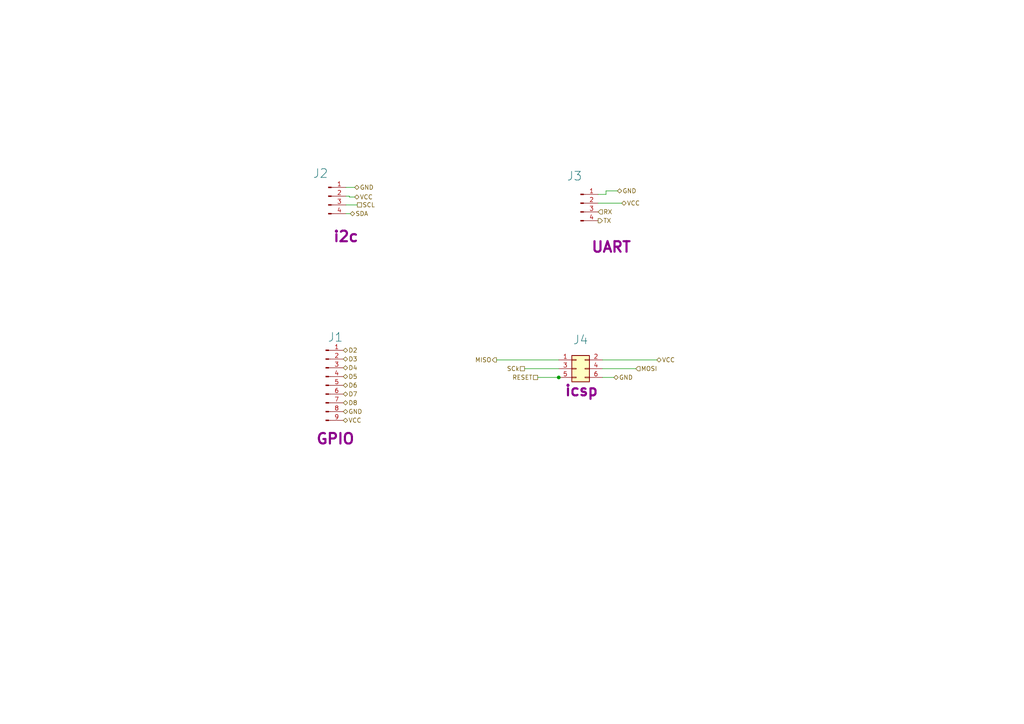
<source format=kicad_sch>
(kicad_sch
	(version 20250114)
	(generator "eeschema")
	(generator_version "9.0")
	(uuid "5bef7145-39b8-4d38-9026-3c67d7505d04")
	(paper "A4")
	(lib_symbols
		(symbol "Connector:Conn_01x04_Pin"
			(pin_names
				(offset 1.016)
				(hide yes)
			)
			(exclude_from_sim no)
			(in_bom yes)
			(on_board yes)
			(property "Reference" "J"
				(at 0 5.08 0)
				(effects
					(font
						(size 1.27 1.27)
					)
				)
			)
			(property "Value" "Conn_01x04_Pin"
				(at 0 -7.62 0)
				(effects
					(font
						(size 1.27 1.27)
					)
				)
			)
			(property "Footprint" ""
				(at 0 0 0)
				(effects
					(font
						(size 1.27 1.27)
					)
					(hide yes)
				)
			)
			(property "Datasheet" "~"
				(at 0 0 0)
				(effects
					(font
						(size 1.27 1.27)
					)
					(hide yes)
				)
			)
			(property "Description" "Generic connector, single row, 01x04, script generated"
				(at 0 0 0)
				(effects
					(font
						(size 1.27 1.27)
					)
					(hide yes)
				)
			)
			(property "ki_locked" ""
				(at 0 0 0)
				(effects
					(font
						(size 1.27 1.27)
					)
				)
			)
			(property "ki_keywords" "connector"
				(at 0 0 0)
				(effects
					(font
						(size 1.27 1.27)
					)
					(hide yes)
				)
			)
			(property "ki_fp_filters" "Connector*:*_1x??_*"
				(at 0 0 0)
				(effects
					(font
						(size 1.27 1.27)
					)
					(hide yes)
				)
			)
			(symbol "Conn_01x04_Pin_1_1"
				(rectangle
					(start 0.8636 2.667)
					(end 0 2.413)
					(stroke
						(width 0.1524)
						(type default)
					)
					(fill
						(type outline)
					)
				)
				(rectangle
					(start 0.8636 0.127)
					(end 0 -0.127)
					(stroke
						(width 0.1524)
						(type default)
					)
					(fill
						(type outline)
					)
				)
				(rectangle
					(start 0.8636 -2.413)
					(end 0 -2.667)
					(stroke
						(width 0.1524)
						(type default)
					)
					(fill
						(type outline)
					)
				)
				(rectangle
					(start 0.8636 -4.953)
					(end 0 -5.207)
					(stroke
						(width 0.1524)
						(type default)
					)
					(fill
						(type outline)
					)
				)
				(polyline
					(pts
						(xy 1.27 2.54) (xy 0.8636 2.54)
					)
					(stroke
						(width 0.1524)
						(type default)
					)
					(fill
						(type none)
					)
				)
				(polyline
					(pts
						(xy 1.27 0) (xy 0.8636 0)
					)
					(stroke
						(width 0.1524)
						(type default)
					)
					(fill
						(type none)
					)
				)
				(polyline
					(pts
						(xy 1.27 -2.54) (xy 0.8636 -2.54)
					)
					(stroke
						(width 0.1524)
						(type default)
					)
					(fill
						(type none)
					)
				)
				(polyline
					(pts
						(xy 1.27 -5.08) (xy 0.8636 -5.08)
					)
					(stroke
						(width 0.1524)
						(type default)
					)
					(fill
						(type none)
					)
				)
				(pin passive line
					(at 5.08 2.54 180)
					(length 3.81)
					(name "Pin_1"
						(effects
							(font
								(size 1.27 1.27)
							)
						)
					)
					(number "1"
						(effects
							(font
								(size 1.27 1.27)
							)
						)
					)
				)
				(pin passive line
					(at 5.08 0 180)
					(length 3.81)
					(name "Pin_2"
						(effects
							(font
								(size 1.27 1.27)
							)
						)
					)
					(number "2"
						(effects
							(font
								(size 1.27 1.27)
							)
						)
					)
				)
				(pin passive line
					(at 5.08 -2.54 180)
					(length 3.81)
					(name "Pin_3"
						(effects
							(font
								(size 1.27 1.27)
							)
						)
					)
					(number "3"
						(effects
							(font
								(size 1.27 1.27)
							)
						)
					)
				)
				(pin passive line
					(at 5.08 -5.08 180)
					(length 3.81)
					(name "Pin_4"
						(effects
							(font
								(size 1.27 1.27)
							)
						)
					)
					(number "4"
						(effects
							(font
								(size 1.27 1.27)
							)
						)
					)
				)
			)
			(embedded_fonts no)
		)
		(symbol "Connector:Conn_01x09_Pin"
			(pin_names
				(offset 1.016)
				(hide yes)
			)
			(exclude_from_sim no)
			(in_bom yes)
			(on_board yes)
			(property "Reference" "J"
				(at 0 12.7 0)
				(effects
					(font
						(size 1.27 1.27)
					)
				)
			)
			(property "Value" "Conn_01x09_Pin"
				(at 0 -12.7 0)
				(effects
					(font
						(size 1.27 1.27)
					)
				)
			)
			(property "Footprint" ""
				(at 0 0 0)
				(effects
					(font
						(size 1.27 1.27)
					)
					(hide yes)
				)
			)
			(property "Datasheet" "~"
				(at 0 0 0)
				(effects
					(font
						(size 1.27 1.27)
					)
					(hide yes)
				)
			)
			(property "Description" "Generic connector, single row, 01x09, script generated"
				(at 0 0 0)
				(effects
					(font
						(size 1.27 1.27)
					)
					(hide yes)
				)
			)
			(property "ki_locked" ""
				(at 0 0 0)
				(effects
					(font
						(size 1.27 1.27)
					)
				)
			)
			(property "ki_keywords" "connector"
				(at 0 0 0)
				(effects
					(font
						(size 1.27 1.27)
					)
					(hide yes)
				)
			)
			(property "ki_fp_filters" "Connector*:*_1x??_*"
				(at 0 0 0)
				(effects
					(font
						(size 1.27 1.27)
					)
					(hide yes)
				)
			)
			(symbol "Conn_01x09_Pin_1_1"
				(rectangle
					(start 0.8636 10.287)
					(end 0 10.033)
					(stroke
						(width 0.1524)
						(type default)
					)
					(fill
						(type outline)
					)
				)
				(rectangle
					(start 0.8636 7.747)
					(end 0 7.493)
					(stroke
						(width 0.1524)
						(type default)
					)
					(fill
						(type outline)
					)
				)
				(rectangle
					(start 0.8636 5.207)
					(end 0 4.953)
					(stroke
						(width 0.1524)
						(type default)
					)
					(fill
						(type outline)
					)
				)
				(rectangle
					(start 0.8636 2.667)
					(end 0 2.413)
					(stroke
						(width 0.1524)
						(type default)
					)
					(fill
						(type outline)
					)
				)
				(rectangle
					(start 0.8636 0.127)
					(end 0 -0.127)
					(stroke
						(width 0.1524)
						(type default)
					)
					(fill
						(type outline)
					)
				)
				(rectangle
					(start 0.8636 -2.413)
					(end 0 -2.667)
					(stroke
						(width 0.1524)
						(type default)
					)
					(fill
						(type outline)
					)
				)
				(rectangle
					(start 0.8636 -4.953)
					(end 0 -5.207)
					(stroke
						(width 0.1524)
						(type default)
					)
					(fill
						(type outline)
					)
				)
				(rectangle
					(start 0.8636 -7.493)
					(end 0 -7.747)
					(stroke
						(width 0.1524)
						(type default)
					)
					(fill
						(type outline)
					)
				)
				(rectangle
					(start 0.8636 -10.033)
					(end 0 -10.287)
					(stroke
						(width 0.1524)
						(type default)
					)
					(fill
						(type outline)
					)
				)
				(polyline
					(pts
						(xy 1.27 10.16) (xy 0.8636 10.16)
					)
					(stroke
						(width 0.1524)
						(type default)
					)
					(fill
						(type none)
					)
				)
				(polyline
					(pts
						(xy 1.27 7.62) (xy 0.8636 7.62)
					)
					(stroke
						(width 0.1524)
						(type default)
					)
					(fill
						(type none)
					)
				)
				(polyline
					(pts
						(xy 1.27 5.08) (xy 0.8636 5.08)
					)
					(stroke
						(width 0.1524)
						(type default)
					)
					(fill
						(type none)
					)
				)
				(polyline
					(pts
						(xy 1.27 2.54) (xy 0.8636 2.54)
					)
					(stroke
						(width 0.1524)
						(type default)
					)
					(fill
						(type none)
					)
				)
				(polyline
					(pts
						(xy 1.27 0) (xy 0.8636 0)
					)
					(stroke
						(width 0.1524)
						(type default)
					)
					(fill
						(type none)
					)
				)
				(polyline
					(pts
						(xy 1.27 -2.54) (xy 0.8636 -2.54)
					)
					(stroke
						(width 0.1524)
						(type default)
					)
					(fill
						(type none)
					)
				)
				(polyline
					(pts
						(xy 1.27 -5.08) (xy 0.8636 -5.08)
					)
					(stroke
						(width 0.1524)
						(type default)
					)
					(fill
						(type none)
					)
				)
				(polyline
					(pts
						(xy 1.27 -7.62) (xy 0.8636 -7.62)
					)
					(stroke
						(width 0.1524)
						(type default)
					)
					(fill
						(type none)
					)
				)
				(polyline
					(pts
						(xy 1.27 -10.16) (xy 0.8636 -10.16)
					)
					(stroke
						(width 0.1524)
						(type default)
					)
					(fill
						(type none)
					)
				)
				(pin passive line
					(at 5.08 10.16 180)
					(length 3.81)
					(name "Pin_1"
						(effects
							(font
								(size 1.27 1.27)
							)
						)
					)
					(number "1"
						(effects
							(font
								(size 1.27 1.27)
							)
						)
					)
				)
				(pin passive line
					(at 5.08 7.62 180)
					(length 3.81)
					(name "Pin_2"
						(effects
							(font
								(size 1.27 1.27)
							)
						)
					)
					(number "2"
						(effects
							(font
								(size 1.27 1.27)
							)
						)
					)
				)
				(pin passive line
					(at 5.08 5.08 180)
					(length 3.81)
					(name "Pin_3"
						(effects
							(font
								(size 1.27 1.27)
							)
						)
					)
					(number "3"
						(effects
							(font
								(size 1.27 1.27)
							)
						)
					)
				)
				(pin passive line
					(at 5.08 2.54 180)
					(length 3.81)
					(name "Pin_4"
						(effects
							(font
								(size 1.27 1.27)
							)
						)
					)
					(number "4"
						(effects
							(font
								(size 1.27 1.27)
							)
						)
					)
				)
				(pin passive line
					(at 5.08 0 180)
					(length 3.81)
					(name "Pin_5"
						(effects
							(font
								(size 1.27 1.27)
							)
						)
					)
					(number "5"
						(effects
							(font
								(size 1.27 1.27)
							)
						)
					)
				)
				(pin passive line
					(at 5.08 -2.54 180)
					(length 3.81)
					(name "Pin_6"
						(effects
							(font
								(size 1.27 1.27)
							)
						)
					)
					(number "6"
						(effects
							(font
								(size 1.27 1.27)
							)
						)
					)
				)
				(pin passive line
					(at 5.08 -5.08 180)
					(length 3.81)
					(name "Pin_7"
						(effects
							(font
								(size 1.27 1.27)
							)
						)
					)
					(number "7"
						(effects
							(font
								(size 1.27 1.27)
							)
						)
					)
				)
				(pin passive line
					(at 5.08 -7.62 180)
					(length 3.81)
					(name "Pin_8"
						(effects
							(font
								(size 1.27 1.27)
							)
						)
					)
					(number "8"
						(effects
							(font
								(size 1.27 1.27)
							)
						)
					)
				)
				(pin passive line
					(at 5.08 -10.16 180)
					(length 3.81)
					(name "Pin_9"
						(effects
							(font
								(size 1.27 1.27)
							)
						)
					)
					(number "9"
						(effects
							(font
								(size 1.27 1.27)
							)
						)
					)
				)
			)
			(embedded_fonts no)
		)
		(symbol "Connector_Generic:Conn_02x03_Odd_Even"
			(pin_names
				(offset 1.016)
				(hide yes)
			)
			(exclude_from_sim no)
			(in_bom yes)
			(on_board yes)
			(property "Reference" "J"
				(at 1.27 5.08 0)
				(effects
					(font
						(size 1.27 1.27)
					)
				)
			)
			(property "Value" "Conn_02x03_Odd_Even"
				(at 1.27 -5.08 0)
				(effects
					(font
						(size 1.27 1.27)
					)
				)
			)
			(property "Footprint" ""
				(at 0 0 0)
				(effects
					(font
						(size 1.27 1.27)
					)
					(hide yes)
				)
			)
			(property "Datasheet" "~"
				(at 0 0 0)
				(effects
					(font
						(size 1.27 1.27)
					)
					(hide yes)
				)
			)
			(property "Description" "Generic connector, double row, 02x03, odd/even pin numbering scheme (row 1 odd numbers, row 2 even numbers), script generated (kicad-library-utils/schlib/autogen/connector/)"
				(at 0 0 0)
				(effects
					(font
						(size 1.27 1.27)
					)
					(hide yes)
				)
			)
			(property "ki_keywords" "connector"
				(at 0 0 0)
				(effects
					(font
						(size 1.27 1.27)
					)
					(hide yes)
				)
			)
			(property "ki_fp_filters" "Connector*:*_2x??_*"
				(at 0 0 0)
				(effects
					(font
						(size 1.27 1.27)
					)
					(hide yes)
				)
			)
			(symbol "Conn_02x03_Odd_Even_1_1"
				(rectangle
					(start -1.27 3.81)
					(end 3.81 -3.81)
					(stroke
						(width 0.254)
						(type default)
					)
					(fill
						(type background)
					)
				)
				(rectangle
					(start -1.27 2.667)
					(end 0 2.413)
					(stroke
						(width 0.1524)
						(type default)
					)
					(fill
						(type none)
					)
				)
				(rectangle
					(start -1.27 0.127)
					(end 0 -0.127)
					(stroke
						(width 0.1524)
						(type default)
					)
					(fill
						(type none)
					)
				)
				(rectangle
					(start -1.27 -2.413)
					(end 0 -2.667)
					(stroke
						(width 0.1524)
						(type default)
					)
					(fill
						(type none)
					)
				)
				(rectangle
					(start 3.81 2.667)
					(end 2.54 2.413)
					(stroke
						(width 0.1524)
						(type default)
					)
					(fill
						(type none)
					)
				)
				(rectangle
					(start 3.81 0.127)
					(end 2.54 -0.127)
					(stroke
						(width 0.1524)
						(type default)
					)
					(fill
						(type none)
					)
				)
				(rectangle
					(start 3.81 -2.413)
					(end 2.54 -2.667)
					(stroke
						(width 0.1524)
						(type default)
					)
					(fill
						(type none)
					)
				)
				(pin passive line
					(at -5.08 2.54 0)
					(length 3.81)
					(name "Pin_1"
						(effects
							(font
								(size 1.27 1.27)
							)
						)
					)
					(number "1"
						(effects
							(font
								(size 1.27 1.27)
							)
						)
					)
				)
				(pin passive line
					(at -5.08 0 0)
					(length 3.81)
					(name "Pin_3"
						(effects
							(font
								(size 1.27 1.27)
							)
						)
					)
					(number "3"
						(effects
							(font
								(size 1.27 1.27)
							)
						)
					)
				)
				(pin passive line
					(at -5.08 -2.54 0)
					(length 3.81)
					(name "Pin_5"
						(effects
							(font
								(size 1.27 1.27)
							)
						)
					)
					(number "5"
						(effects
							(font
								(size 1.27 1.27)
							)
						)
					)
				)
				(pin passive line
					(at 7.62 2.54 180)
					(length 3.81)
					(name "Pin_2"
						(effects
							(font
								(size 1.27 1.27)
							)
						)
					)
					(number "2"
						(effects
							(font
								(size 1.27 1.27)
							)
						)
					)
				)
				(pin passive line
					(at 7.62 0 180)
					(length 3.81)
					(name "Pin_4"
						(effects
							(font
								(size 1.27 1.27)
							)
						)
					)
					(number "4"
						(effects
							(font
								(size 1.27 1.27)
							)
						)
					)
				)
				(pin passive line
					(at 7.62 -2.54 180)
					(length 3.81)
					(name "Pin_6"
						(effects
							(font
								(size 1.27 1.27)
							)
						)
					)
					(number "6"
						(effects
							(font
								(size 1.27 1.27)
							)
						)
					)
				)
			)
			(embedded_fonts no)
		)
	)
	(junction
		(at 162.052 109.474)
		(diameter 0)
		(color 0 0 0 0)
		(uuid "ba15a550-1899-4c45-b406-a695dee86438")
	)
	(wire
		(pts
			(xy 173.482 58.928) (xy 180.34 58.928)
		)
		(stroke
			(width 0)
			(type default)
		)
		(uuid "03c4b0eb-9d9d-4f77-835a-df6e03474f1e")
	)
	(wire
		(pts
			(xy 190.5 104.394) (xy 174.752 104.394)
		)
		(stroke
			(width 0)
			(type default)
		)
		(uuid "25d4e6c4-0203-41bd-a1b2-9ac7a50aaf6a")
	)
	(wire
		(pts
			(xy 100.33 61.976) (xy 101.6 61.976)
		)
		(stroke
			(width 0)
			(type default)
		)
		(uuid "4b35c293-e9e9-4b06-a0e2-9352fe47ea45")
	)
	(wire
		(pts
			(xy 155.956 109.474) (xy 162.052 109.474)
		)
		(stroke
			(width 0)
			(type default)
		)
		(uuid "4f48daf5-96a9-46ea-abaa-5af32d728dec")
	)
	(wire
		(pts
			(xy 173.482 56.388) (xy 175.768 56.388)
		)
		(stroke
			(width 0)
			(type default)
		)
		(uuid "5d76e190-bd6b-44c0-a296-39dbd2325b23")
	)
	(wire
		(pts
			(xy 175.768 56.388) (xy 175.768 55.372)
		)
		(stroke
			(width 0)
			(type default)
		)
		(uuid "736123ec-e9ae-46fd-bcc0-d80c44d778da")
	)
	(wire
		(pts
			(xy 103.632 59.436) (xy 100.33 59.436)
		)
		(stroke
			(width 0)
			(type default)
		)
		(uuid "87694a1e-78be-43cb-98a3-6a6958d415dd")
	)
	(wire
		(pts
			(xy 184.404 106.934) (xy 174.752 106.934)
		)
		(stroke
			(width 0)
			(type default)
		)
		(uuid "93f3b0c2-6ede-4a8e-8f8d-20b6d086eb58")
	)
	(wire
		(pts
			(xy 100.33 56.896) (xy 101.346 56.896)
		)
		(stroke
			(width 0)
			(type default)
		)
		(uuid "afbbc39e-ae5e-4c11-96e8-a1d78b51c650")
	)
	(wire
		(pts
			(xy 162.052 109.474) (xy 162.306 109.474)
		)
		(stroke
			(width 0)
			(type default)
		)
		(uuid "b0a42ac4-af72-4a90-8bc1-f66a91a9114c")
	)
	(wire
		(pts
			(xy 152.146 106.934) (xy 162.052 106.934)
		)
		(stroke
			(width 0)
			(type default)
		)
		(uuid "b48e84d1-ea95-486c-8f47-a0413df48862")
	)
	(wire
		(pts
			(xy 178.054 109.474) (xy 174.752 109.474)
		)
		(stroke
			(width 0)
			(type default)
		)
		(uuid "b94a5254-149e-41cb-95f7-32c1137dbd6b")
	)
	(wire
		(pts
			(xy 175.768 55.372) (xy 179.07 55.372)
		)
		(stroke
			(width 0)
			(type default)
		)
		(uuid "bc03e605-7b5c-411f-8220-1dd86e4d1b50")
	)
	(wire
		(pts
			(xy 144.018 104.394) (xy 162.052 104.394)
		)
		(stroke
			(width 0)
			(type default)
		)
		(uuid "d2267bc1-66af-4e3c-b79d-f3a1daad22e8")
	)
	(wire
		(pts
			(xy 100.33 54.356) (xy 102.87 54.356)
		)
		(stroke
			(width 0)
			(type default)
		)
		(uuid "da7d95a3-cc60-48ab-aeb0-b4196748e2c8")
	)
	(wire
		(pts
			(xy 101.346 57.15) (xy 102.87 57.15)
		)
		(stroke
			(width 0)
			(type default)
		)
		(uuid "fa3edd40-714a-404c-8fe8-c5b44a1a004f")
	)
	(wire
		(pts
			(xy 101.346 56.896) (xy 101.346 57.15)
		)
		(stroke
			(width 0)
			(type default)
		)
		(uuid "fc327873-d6c9-43ee-9126-83bd1010340a")
	)
	(hierarchical_label "D5"
		(shape bidirectional)
		(at 99.568 109.22 0)
		(effects
			(font
				(size 1.27 1.27)
			)
			(justify left)
		)
		(uuid "00062304-3ad7-4989-8ad4-d034db0c8be0")
	)
	(hierarchical_label "VCC"
		(shape bidirectional)
		(at 99.568 121.92 0)
		(effects
			(font
				(size 1.27 1.27)
			)
			(justify left)
		)
		(uuid "016c355f-c4a3-4231-b169-585b593fb2e5")
	)
	(hierarchical_label "RESET"
		(shape passive)
		(at 155.956 109.474 180)
		(effects
			(font
				(size 1.27 1.27)
			)
			(justify right)
		)
		(uuid "259eef44-db87-40c1-b716-550e16b7a7d5")
	)
	(hierarchical_label "TX"
		(shape output)
		(at 173.482 64.008 0)
		(effects
			(font
				(size 1.27 1.27)
			)
			(justify left)
		)
		(uuid "3031a451-99d3-4547-a6f8-d33926d13666")
	)
	(hierarchical_label "VCC"
		(shape bidirectional)
		(at 102.87 57.15 0)
		(effects
			(font
				(size 1.27 1.27)
			)
			(justify left)
		)
		(uuid "337300d7-31c0-4041-b507-9a85aea4c184")
	)
	(hierarchical_label "SCL"
		(shape passive)
		(at 103.632 59.436 0)
		(effects
			(font
				(size 1.27 1.27)
			)
			(justify left)
		)
		(uuid "3e13dd92-7625-4498-b8a5-0cbd8478267b")
	)
	(hierarchical_label "MOSI"
		(shape input)
		(at 184.404 106.934 0)
		(effects
			(font
				(size 1.27 1.27)
			)
			(justify left)
		)
		(uuid "4e62d350-5f4e-4cd3-a04a-3f478301c391")
	)
	(hierarchical_label "SDA"
		(shape bidirectional)
		(at 101.6 61.976 0)
		(effects
			(font
				(size 1.27 1.27)
			)
			(justify left)
		)
		(uuid "4fec13d9-70f6-4545-9a01-ae5201294d9f")
	)
	(hierarchical_label "GND"
		(shape bidirectional)
		(at 99.568 119.38 0)
		(effects
			(font
				(size 1.27 1.27)
			)
			(justify left)
		)
		(uuid "710a417b-1e96-4219-a496-3c59586abd35")
	)
	(hierarchical_label "D6"
		(shape bidirectional)
		(at 99.568 111.76 0)
		(effects
			(font
				(size 1.27 1.27)
			)
			(justify left)
		)
		(uuid "a099373b-231d-427b-aaa9-7c8da4c8a117")
	)
	(hierarchical_label "GND"
		(shape bidirectional)
		(at 179.07 55.372 0)
		(effects
			(font
				(size 1.27 1.27)
			)
			(justify left)
		)
		(uuid "a1c23bcb-361b-4daf-bf79-a3b27cff0de8")
	)
	(hierarchical_label "GND"
		(shape bidirectional)
		(at 102.87 54.356 0)
		(effects
			(font
				(size 1.27 1.27)
			)
			(justify left)
		)
		(uuid "a7baa07d-8a54-4ec0-be11-38a307dbb7c0")
	)
	(hierarchical_label "SCk"
		(shape passive)
		(at 152.146 106.934 180)
		(effects
			(font
				(size 1.27 1.27)
			)
			(justify right)
		)
		(uuid "aad18961-1413-4654-9cbc-0f0b175a5680")
	)
	(hierarchical_label "D4"
		(shape bidirectional)
		(at 99.568 106.68 0)
		(effects
			(font
				(size 1.27 1.27)
			)
			(justify left)
		)
		(uuid "ba202141-75c8-4ab1-85a3-6f08b2fb5661")
	)
	(hierarchical_label "D8"
		(shape bidirectional)
		(at 99.568 116.84 0)
		(effects
			(font
				(size 1.27 1.27)
			)
			(justify left)
		)
		(uuid "c022562a-ec31-45a0-824e-9752f5e8c23d")
	)
	(hierarchical_label "MISO"
		(shape output)
		(at 144.018 104.394 180)
		(effects
			(font
				(size 1.27 1.27)
			)
			(justify right)
		)
		(uuid "c699a388-71ce-4df4-b9b6-cccaa72e5bf3")
	)
	(hierarchical_label "VCC"
		(shape bidirectional)
		(at 190.5 104.394 0)
		(effects
			(font
				(size 1.27 1.27)
			)
			(justify left)
		)
		(uuid "c7677594-d9a7-4370-8a60-51b79229a1f7")
	)
	(hierarchical_label "VCC"
		(shape bidirectional)
		(at 180.34 58.928 0)
		(effects
			(font
				(size 1.27 1.27)
			)
			(justify left)
		)
		(uuid "ceee3a93-c33c-40fc-a061-13d42d5ad0bd")
	)
	(hierarchical_label "D3"
		(shape bidirectional)
		(at 99.568 104.14 0)
		(effects
			(font
				(size 1.27 1.27)
			)
			(justify left)
		)
		(uuid "e41a97a4-7ef0-45f7-83ea-08046abf22b9")
	)
	(hierarchical_label "D2"
		(shape bidirectional)
		(at 99.568 101.6 0)
		(effects
			(font
				(size 1.27 1.27)
			)
			(justify left)
		)
		(uuid "e558f19f-5601-4264-bbde-f7e07f6d2a00")
	)
	(hierarchical_label "RX"
		(shape input)
		(at 173.482 61.468 0)
		(effects
			(font
				(size 1.27 1.27)
			)
			(justify left)
		)
		(uuid "e670c264-3948-47e7-a250-6ac1bf381928")
	)
	(hierarchical_label "D7"
		(shape bidirectional)
		(at 99.568 114.3 0)
		(effects
			(font
				(size 1.27 1.27)
			)
			(justify left)
		)
		(uuid "e79598df-1b9b-4e4b-91b7-6a38a2253939")
	)
	(hierarchical_label "GND"
		(shape bidirectional)
		(at 178.054 109.474 0)
		(effects
			(font
				(size 1.27 1.27)
			)
			(justify left)
		)
		(uuid "ee7f2b45-d1da-425a-a212-cc591f0325ee")
	)
	(symbol
		(lib_id "Connector:Conn_01x04_Pin")
		(at 168.402 58.928 0)
		(unit 1)
		(exclude_from_sim no)
		(in_bom yes)
		(on_board yes)
		(dnp no)
		(uuid "2404e614-3c99-4745-b3e7-4b422b53e5de")
		(property "Reference" "J3"
			(at 166.624 51.054 0)
			(effects
				(font
					(size 2.54 2.54)
				)
			)
		)
		(property "Value" "Conn_01x04_Pin"
			(at 169.037 54.356 0)
			(effects
				(font
					(size 1.27 1.27)
				)
				(hide yes)
			)
		)
		(property "Footprint" "Connector_PinSocket_2.54mm:PinSocket_1x04_P2.54mm_Vertical"
			(at 168.402 58.928 0)
			(effects
				(font
					(size 1.27 1.27)
				)
				(hide yes)
			)
		)
		(property "Datasheet" "~"
			(at 168.402 58.928 0)
			(effects
				(font
					(size 1.27 1.27)
				)
				(hide yes)
			)
		)
		(property "Description" "Generic connector, single row, 01x04, script generated"
			(at 168.402 58.928 0)
			(effects
				(font
					(size 1.27 1.27)
				)
				(hide yes)
			)
		)
		(property "field" "UART"
			(at 177.292 71.628 0)
			(effects
				(font
					(size 3.048 3.048)
					(thickness 0.6096)
					(bold yes)
				)
			)
		)
		(pin "1"
			(uuid "8cbe3a86-b2e5-4ec2-a62a-9b1740b899d7")
		)
		(pin "3"
			(uuid "f0259a32-eb6e-4b7b-9d87-837026118634")
		)
		(pin "2"
			(uuid "d5bc8e14-ecda-4adb-ab8d-12c7eeae3824")
		)
		(pin "4"
			(uuid "10f23d30-032c-4a93-9794-27f6dd8e95a5")
		)
		(instances
			(project "mcu"
				(path "/d0976a87-5b4a-4530-8173-828e81db2d48/b51238ca-02af-43d5-91a4-c05f47df7454"
					(reference "J3")
					(unit 1)
				)
			)
		)
	)
	(symbol
		(lib_id "Connector_Generic:Conn_02x03_Odd_Even")
		(at 167.132 106.934 0)
		(unit 1)
		(exclude_from_sim no)
		(in_bom yes)
		(on_board yes)
		(dnp no)
		(uuid "275263d9-bfa3-44b0-9a8a-d24d0245af06")
		(property "Reference" "J4"
			(at 168.402 98.552 0)
			(effects
				(font
					(size 2.54 2.54)
				)
			)
		)
		(property "Value" "Conn_02x03_Odd_Even"
			(at 168.402 101.092 0)
			(effects
				(font
					(size 1.27 1.27)
				)
				(hide yes)
			)
		)
		(property "Footprint" "Connector_PinHeader_2.54mm:PinHeader_2x03_P2.54mm_Vertical"
			(at 167.132 106.934 0)
			(effects
				(font
					(size 1.27 1.27)
				)
				(hide yes)
			)
		)
		(property "Datasheet" "~"
			(at 167.132 106.934 0)
			(effects
				(font
					(size 1.27 1.27)
				)
				(hide yes)
			)
		)
		(property "Description" "Generic connector, double row, 02x03, odd/even pin numbering scheme (row 1 odd numbers, row 2 even numbers), script generated (kicad-library-utils/schlib/autogen/connector/)"
			(at 167.132 106.934 0)
			(effects
				(font
					(size 1.27 1.27)
				)
				(hide yes)
			)
		)
		(property "Field5" "icsp"
			(at 168.656 113.284 0)
			(effects
				(font
					(size 3.048 3.048)
					(thickness 0.6096)
					(bold yes)
				)
			)
		)
		(pin "3"
			(uuid "de045669-9adb-4f25-bc94-bf0b710cd7a9")
		)
		(pin "2"
			(uuid "329556ba-5411-4f69-8fb0-9a80b824bf33")
		)
		(pin "4"
			(uuid "dd2e7271-e7b8-46da-832d-76f1bfa309c7")
		)
		(pin "6"
			(uuid "f9fbbab6-46e1-4143-b38d-dd47ef071baf")
		)
		(pin "5"
			(uuid "8cf78855-e529-41db-80aa-da956391d2a6")
		)
		(pin "1"
			(uuid "d1508f07-329c-4e41-82db-47481f9535f5")
		)
		(instances
			(project ""
				(path "/d0976a87-5b4a-4530-8173-828e81db2d48/b51238ca-02af-43d5-91a4-c05f47df7454"
					(reference "J4")
					(unit 1)
				)
			)
		)
	)
	(symbol
		(lib_id "Connector:Conn_01x09_Pin")
		(at 94.488 111.76 0)
		(unit 1)
		(exclude_from_sim no)
		(in_bom yes)
		(on_board yes)
		(dnp no)
		(uuid "3168fce6-6b46-434e-9228-24c6abd2aa6b")
		(property "Reference" "J1"
			(at 97.282 97.79 0)
			(effects
				(font
					(size 2.54 2.54)
				)
			)
		)
		(property "Value" "Conn_01x09_Pin"
			(at 95.123 99.568 0)
			(effects
				(font
					(size 1.27 1.27)
				)
				(hide yes)
			)
		)
		(property "Footprint" "Connector_PinHeader_2.54mm:PinHeader_1x09_P2.54mm_Vertical"
			(at 94.488 111.76 0)
			(effects
				(font
					(size 1.27 1.27)
				)
				(hide yes)
			)
		)
		(property "Datasheet" "~"
			(at 94.488 111.76 0)
			(effects
				(font
					(size 1.27 1.27)
				)
				(hide yes)
			)
		)
		(property "Description" "Generic connector, single row, 01x09, script generated"
			(at 94.488 111.76 0)
			(effects
				(font
					(size 1.27 1.27)
				)
				(hide yes)
			)
		)
		(property "purpose" "GPIO"
			(at 97.282 127.254 0)
			(effects
				(font
					(size 3.048 3.048)
					(thickness 0.6096)
					(bold yes)
				)
			)
		)
		(pin "9"
			(uuid "fe12a9e5-0b2e-4142-983d-6217fe49088e")
		)
		(pin "4"
			(uuid "bce950bb-3062-4819-9c56-3976ded9100f")
		)
		(pin "3"
			(uuid "022254c2-8564-4a9c-b54f-5c66b92f1ccc")
		)
		(pin "1"
			(uuid "15c2f688-3c1e-4c52-b856-cba6f015b80d")
		)
		(pin "8"
			(uuid "7b254df4-752f-408a-bf60-1811751d1ae8")
		)
		(pin "5"
			(uuid "74d0d976-c7f3-4b6e-8985-b7ef11e7c9f0")
		)
		(pin "2"
			(uuid "2874952d-14ca-41ea-852f-126c814365db")
		)
		(pin "6"
			(uuid "5262d2c9-a52a-4948-9d0a-57dff5f656ea")
		)
		(pin "7"
			(uuid "5b3cb461-52ce-4cf4-a261-5160ca085917")
		)
		(instances
			(project ""
				(path "/d0976a87-5b4a-4530-8173-828e81db2d48/b51238ca-02af-43d5-91a4-c05f47df7454"
					(reference "J1")
					(unit 1)
				)
			)
		)
	)
	(symbol
		(lib_id "Connector:Conn_01x04_Pin")
		(at 95.25 56.896 0)
		(unit 1)
		(exclude_from_sim no)
		(in_bom yes)
		(on_board yes)
		(dnp no)
		(uuid "9b255ad7-2298-4c2a-925b-edcca95015b0")
		(property "Reference" "J2"
			(at 92.964 50.292 0)
			(effects
				(font
					(size 2.54 2.54)
				)
			)
		)
		(property "Value" "Conn_01x04_Pin"
			(at 95.885 52.324 0)
			(effects
				(font
					(size 1.27 1.27)
				)
				(hide yes)
			)
		)
		(property "Footprint" "Connector_PinSocket_2.54mm:PinSocket_1x04_P2.54mm_Vertical"
			(at 95.25 56.896 0)
			(effects
				(font
					(size 1.27 1.27)
				)
				(hide yes)
			)
		)
		(property "Datasheet" "~"
			(at 95.25 56.896 0)
			(effects
				(font
					(size 1.27 1.27)
				)
				(hide yes)
			)
		)
		(property "Description" "Generic connector, single row, 01x04, script generated"
			(at 95.25 56.896 0)
			(effects
				(font
					(size 1.27 1.27)
				)
				(hide yes)
			)
		)
		(property "field" "i2c"
			(at 100.33 68.58 0)
			(effects
				(font
					(size 3.048 3.048)
					(thickness 0.6096)
					(bold yes)
				)
			)
		)
		(pin "1"
			(uuid "1a86551f-4690-44f7-9146-a1611902d66e")
		)
		(pin "3"
			(uuid "51207f04-468a-40e3-a222-009cc8da89aa")
		)
		(pin "2"
			(uuid "d5c5ad75-0e49-4c68-9da0-9ce28795a844")
		)
		(pin "4"
			(uuid "919f0455-362d-48d1-b412-37b4b2e9d873")
		)
		(instances
			(project ""
				(path "/d0976a87-5b4a-4530-8173-828e81db2d48/b51238ca-02af-43d5-91a4-c05f47df7454"
					(reference "J2")
					(unit 1)
				)
			)
		)
	)
)

</source>
